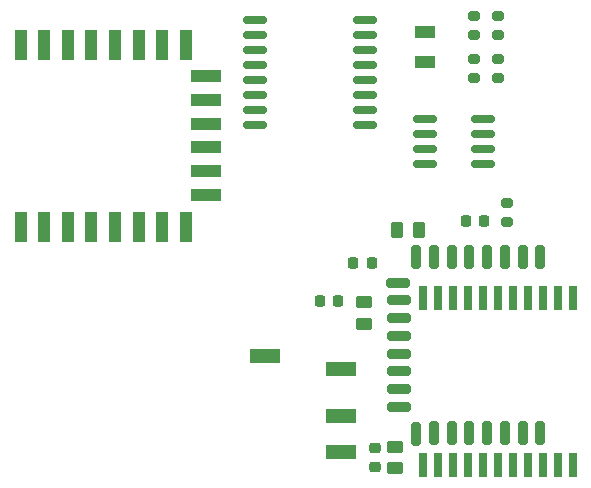
<source format=gbp>
G04 #@! TF.GenerationSoftware,KiCad,Pcbnew,7.0.7*
G04 #@! TF.CreationDate,2024-01-04T14:31:21-05:00*
G04 #@! TF.ProjectId,sensor_node,73656e73-6f72-45f6-9e6f-64652e6b6963,rev?*
G04 #@! TF.SameCoordinates,Original*
G04 #@! TF.FileFunction,Paste,Bot*
G04 #@! TF.FilePolarity,Positive*
%FSLAX46Y46*%
G04 Gerber Fmt 4.6, Leading zero omitted, Abs format (unit mm)*
G04 Created by KiCad (PCBNEW 7.0.7) date 2024-01-04 14:31:21*
%MOMM*%
%LPD*%
G01*
G04 APERTURE LIST*
G04 Aperture macros list*
%AMRoundRect*
0 Rectangle with rounded corners*
0 $1 Rounding radius*
0 $2 $3 $4 $5 $6 $7 $8 $9 X,Y pos of 4 corners*
0 Add a 4 corners polygon primitive as box body*
4,1,4,$2,$3,$4,$5,$6,$7,$8,$9,$2,$3,0*
0 Add four circle primitives for the rounded corners*
1,1,$1+$1,$2,$3*
1,1,$1+$1,$4,$5*
1,1,$1+$1,$6,$7*
1,1,$1+$1,$8,$9*
0 Add four rect primitives between the rounded corners*
20,1,$1+$1,$2,$3,$4,$5,0*
20,1,$1+$1,$4,$5,$6,$7,0*
20,1,$1+$1,$6,$7,$8,$9,0*
20,1,$1+$1,$8,$9,$2,$3,0*%
G04 Aperture macros list end*
%ADD10RoundRect,0.218750X0.256250X-0.218750X0.256250X0.218750X-0.256250X0.218750X-0.256250X-0.218750X0*%
%ADD11RoundRect,0.250000X0.450000X-0.262500X0.450000X0.262500X-0.450000X0.262500X-0.450000X-0.262500X0*%
%ADD12RoundRect,0.250000X-0.262500X-0.450000X0.262500X-0.450000X0.262500X0.450000X-0.262500X0.450000X0*%
%ADD13RoundRect,0.218750X-0.218750X-0.256250X0.218750X-0.256250X0.218750X0.256250X-0.218750X0.256250X0*%
%ADD14RoundRect,0.150000X-0.825000X-0.150000X0.825000X-0.150000X0.825000X0.150000X-0.825000X0.150000X0*%
%ADD15RoundRect,0.200000X0.275000X-0.200000X0.275000X0.200000X-0.275000X0.200000X-0.275000X-0.200000X0*%
%ADD16R,1.100000X2.500000*%
%ADD17R,2.500000X1.100000*%
%ADD18R,0.700000X2.000000*%
%ADD19R,1.800000X1.000000*%
%ADD20RoundRect,0.200000X-0.200000X0.800000X-0.200000X-0.800000X0.200000X-0.800000X0.200000X0.800000X0*%
%ADD21RoundRect,0.200000X0.800000X0.200000X-0.800000X0.200000X-0.800000X-0.200000X0.800000X-0.200000X0*%
%ADD22RoundRect,0.150000X0.875000X0.150000X-0.875000X0.150000X-0.875000X-0.150000X0.875000X-0.150000X0*%
%ADD23R,2.500000X1.200000*%
G04 APERTURE END LIST*
D10*
X131470000Y-91287500D03*
X131470000Y-89712500D03*
D11*
X133220000Y-91412500D03*
X133220000Y-89587500D03*
D12*
X133395000Y-71250000D03*
X135220000Y-71250000D03*
D13*
X126812500Y-77250000D03*
X128387500Y-77250000D03*
D14*
X135720000Y-65655000D03*
X135720000Y-64385000D03*
X135720000Y-63115000D03*
X135720000Y-61845000D03*
X140670000Y-61845000D03*
X140670000Y-63115000D03*
X140670000Y-64385000D03*
X140670000Y-65655000D03*
D15*
X141920500Y-54750000D03*
X141920500Y-53100000D03*
D16*
X101500000Y-55550000D03*
X103500000Y-55550000D03*
X105500000Y-55550000D03*
X107500000Y-55550000D03*
X109500000Y-55550000D03*
X111500000Y-55550000D03*
X113500000Y-55550000D03*
X115500000Y-55550000D03*
X115500000Y-70950000D03*
X113500000Y-70950000D03*
X111500000Y-70950000D03*
X109500000Y-70950000D03*
X107500000Y-70950000D03*
X105500000Y-70950000D03*
X103500000Y-70950000D03*
X101500000Y-70950000D03*
D17*
X117200000Y-58240000D03*
X117200000Y-60240000D03*
X117200000Y-62240000D03*
X117200000Y-64240000D03*
X117200000Y-66240000D03*
X117200000Y-68240000D03*
D15*
X139920500Y-54750000D03*
X139920500Y-53100000D03*
D11*
X130600000Y-79162500D03*
X130600000Y-77337500D03*
D18*
X148300000Y-91100000D03*
X147030000Y-91100000D03*
X145760000Y-91100000D03*
X144490000Y-91100000D03*
X143220000Y-91100000D03*
X141950000Y-91100000D03*
X140680000Y-91100000D03*
X139410000Y-91100000D03*
X138140000Y-91100000D03*
X136870000Y-91100000D03*
X135600000Y-91100000D03*
X135600000Y-77000000D03*
X136870000Y-77000000D03*
X138140000Y-77000000D03*
X139410000Y-77000000D03*
X140680000Y-77000000D03*
X141950000Y-77000000D03*
X143220000Y-77000000D03*
X144490000Y-77000000D03*
X145760000Y-77000000D03*
X147030000Y-77000000D03*
X148300000Y-77000000D03*
D19*
X135770500Y-54500000D03*
X135770500Y-57000000D03*
D13*
X129682500Y-74000000D03*
X131257500Y-74000000D03*
D20*
X145500000Y-88450000D03*
X144000000Y-88450000D03*
X142500000Y-88450000D03*
X141000000Y-88450000D03*
X139500000Y-88450000D03*
X138000000Y-88450000D03*
X136500000Y-88450000D03*
X135000000Y-88500000D03*
D21*
X133500000Y-86200000D03*
X133500000Y-84700000D03*
X133500000Y-83200000D03*
X133500000Y-81700000D03*
X133500000Y-80200000D03*
X133500000Y-78700000D03*
X133500000Y-77200000D03*
X133450000Y-75700000D03*
D20*
X135000000Y-73500000D03*
X136500000Y-73500000D03*
X138000000Y-73500000D03*
X139500000Y-73500000D03*
X141000000Y-73500000D03*
X142500000Y-73500000D03*
X144000000Y-73500000D03*
X145500000Y-73500000D03*
D15*
X142720000Y-70575000D03*
X142720000Y-68925000D03*
D22*
X130670500Y-53420000D03*
X130670500Y-54690000D03*
X130670500Y-55960000D03*
X130670500Y-57230000D03*
X130670500Y-58500000D03*
X130670500Y-59770000D03*
X130670500Y-61040000D03*
X130670500Y-62310000D03*
X121370500Y-62310000D03*
X121370500Y-61040000D03*
X121370500Y-59770000D03*
X121370500Y-58500000D03*
X121370500Y-57230000D03*
X121370500Y-55960000D03*
X121370500Y-54690000D03*
X121370500Y-53420000D03*
D15*
X141920500Y-58400000D03*
X141920500Y-56750000D03*
D13*
X139182500Y-70500000D03*
X140757500Y-70500000D03*
D15*
X139920500Y-58400000D03*
X139920500Y-56750000D03*
D23*
X122162500Y-81900000D03*
X128662500Y-83000000D03*
X128662500Y-87000000D03*
X128662500Y-90000000D03*
M02*

</source>
